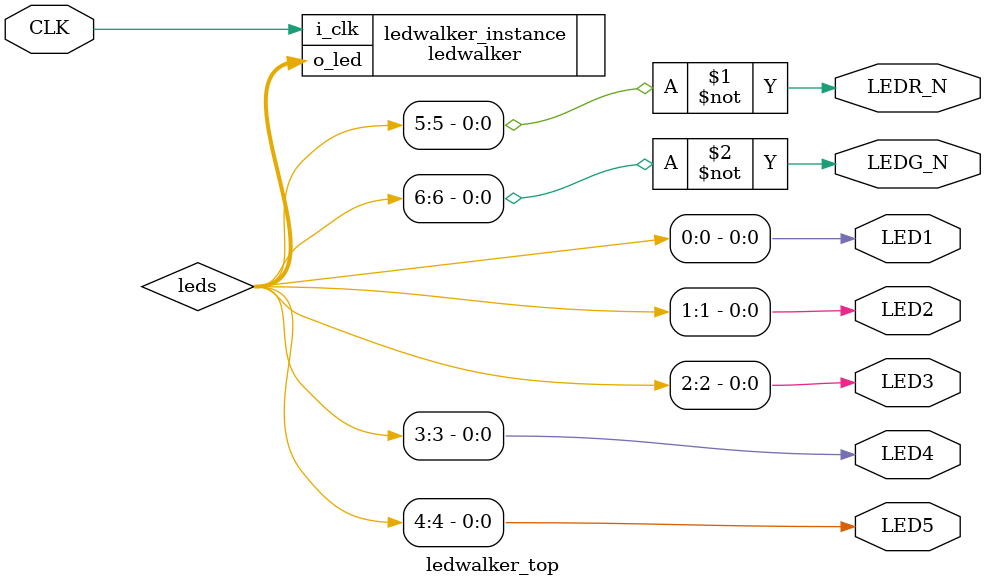
<source format=v>
`default_nettype none


module ledwalker_top(
	input	CLK,
	output	LEDG_N,
	output 	LEDR_N, 
	output 	LED5, 
	output 	LED4, 
	output 	LED3, 
	output 	LED2, 
	output 	LED1
	
);

wire [6:0] leds;

assign {LEDG_N, LEDR_N, LED5, LED4, LED3, LED2, LED1} = {~leds[6], ~leds[5], leds[4:0]};

ledwalker ledwalker_instance(
	.i_clk(CLK),
	.o_led(leds)
);


endmodule

</source>
